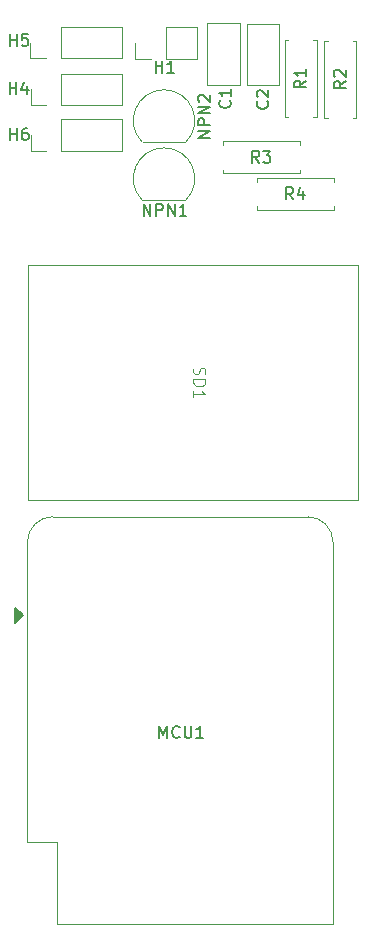
<source format=gbr>
%TF.GenerationSoftware,KiCad,Pcbnew,7.0.5-0*%
%TF.CreationDate,2023-07-06T10:59:35-04:00*%
%TF.ProjectId,Lemmingometre_v2,4c656d6d-696e-4676-9f6d-657472655f76,rev?*%
%TF.SameCoordinates,Original*%
%TF.FileFunction,Legend,Top*%
%TF.FilePolarity,Positive*%
%FSLAX46Y46*%
G04 Gerber Fmt 4.6, Leading zero omitted, Abs format (unit mm)*
G04 Created by KiCad (PCBNEW 7.0.5-0) date 2023-07-06 10:59:35*
%MOMM*%
%LPD*%
G01*
G04 APERTURE LIST*
%ADD10C,0.150000*%
%ADD11C,0.100000*%
%ADD12C,0.120000*%
G04 APERTURE END LIST*
D10*
%TO.C,MCU1*%
X156746667Y-104534819D02*
X156746667Y-103534819D01*
X156746667Y-103534819D02*
X157080000Y-104249104D01*
X157080000Y-104249104D02*
X157413333Y-103534819D01*
X157413333Y-103534819D02*
X157413333Y-104534819D01*
X158460952Y-104439580D02*
X158413333Y-104487200D01*
X158413333Y-104487200D02*
X158270476Y-104534819D01*
X158270476Y-104534819D02*
X158175238Y-104534819D01*
X158175238Y-104534819D02*
X158032381Y-104487200D01*
X158032381Y-104487200D02*
X157937143Y-104391961D01*
X157937143Y-104391961D02*
X157889524Y-104296723D01*
X157889524Y-104296723D02*
X157841905Y-104106247D01*
X157841905Y-104106247D02*
X157841905Y-103963390D01*
X157841905Y-103963390D02*
X157889524Y-103772914D01*
X157889524Y-103772914D02*
X157937143Y-103677676D01*
X157937143Y-103677676D02*
X158032381Y-103582438D01*
X158032381Y-103582438D02*
X158175238Y-103534819D01*
X158175238Y-103534819D02*
X158270476Y-103534819D01*
X158270476Y-103534819D02*
X158413333Y-103582438D01*
X158413333Y-103582438D02*
X158460952Y-103630057D01*
X158889524Y-103534819D02*
X158889524Y-104344342D01*
X158889524Y-104344342D02*
X158937143Y-104439580D01*
X158937143Y-104439580D02*
X158984762Y-104487200D01*
X158984762Y-104487200D02*
X159080000Y-104534819D01*
X159080000Y-104534819D02*
X159270476Y-104534819D01*
X159270476Y-104534819D02*
X159365714Y-104487200D01*
X159365714Y-104487200D02*
X159413333Y-104439580D01*
X159413333Y-104439580D02*
X159460952Y-104344342D01*
X159460952Y-104344342D02*
X159460952Y-103534819D01*
X160460952Y-104534819D02*
X159889524Y-104534819D01*
X160175238Y-104534819D02*
X160175238Y-103534819D01*
X160175238Y-103534819D02*
X160080000Y-103677676D01*
X160080000Y-103677676D02*
X159984762Y-103772914D01*
X159984762Y-103772914D02*
X159889524Y-103820533D01*
%TO.C,R2*%
X172529819Y-48931666D02*
X172053628Y-49264999D01*
X172529819Y-49503094D02*
X171529819Y-49503094D01*
X171529819Y-49503094D02*
X171529819Y-49122142D01*
X171529819Y-49122142D02*
X171577438Y-49026904D01*
X171577438Y-49026904D02*
X171625057Y-48979285D01*
X171625057Y-48979285D02*
X171720295Y-48931666D01*
X171720295Y-48931666D02*
X171863152Y-48931666D01*
X171863152Y-48931666D02*
X171958390Y-48979285D01*
X171958390Y-48979285D02*
X172006009Y-49026904D01*
X172006009Y-49026904D02*
X172053628Y-49122142D01*
X172053628Y-49122142D02*
X172053628Y-49503094D01*
X171625057Y-48550713D02*
X171577438Y-48503094D01*
X171577438Y-48503094D02*
X171529819Y-48407856D01*
X171529819Y-48407856D02*
X171529819Y-48169761D01*
X171529819Y-48169761D02*
X171577438Y-48074523D01*
X171577438Y-48074523D02*
X171625057Y-48026904D01*
X171625057Y-48026904D02*
X171720295Y-47979285D01*
X171720295Y-47979285D02*
X171815533Y-47979285D01*
X171815533Y-47979285D02*
X171958390Y-48026904D01*
X171958390Y-48026904D02*
X172529819Y-48598332D01*
X172529819Y-48598332D02*
X172529819Y-47979285D01*
%TO.C,H6*%
X144108095Y-53904819D02*
X144108095Y-52904819D01*
X144108095Y-53381009D02*
X144679523Y-53381009D01*
X144679523Y-53904819D02*
X144679523Y-52904819D01*
X145584285Y-52904819D02*
X145393809Y-52904819D01*
X145393809Y-52904819D02*
X145298571Y-52952438D01*
X145298571Y-52952438D02*
X145250952Y-53000057D01*
X145250952Y-53000057D02*
X145155714Y-53142914D01*
X145155714Y-53142914D02*
X145108095Y-53333390D01*
X145108095Y-53333390D02*
X145108095Y-53714342D01*
X145108095Y-53714342D02*
X145155714Y-53809580D01*
X145155714Y-53809580D02*
X145203333Y-53857200D01*
X145203333Y-53857200D02*
X145298571Y-53904819D01*
X145298571Y-53904819D02*
X145489047Y-53904819D01*
X145489047Y-53904819D02*
X145584285Y-53857200D01*
X145584285Y-53857200D02*
X145631904Y-53809580D01*
X145631904Y-53809580D02*
X145679523Y-53714342D01*
X145679523Y-53714342D02*
X145679523Y-53476247D01*
X145679523Y-53476247D02*
X145631904Y-53381009D01*
X145631904Y-53381009D02*
X145584285Y-53333390D01*
X145584285Y-53333390D02*
X145489047Y-53285771D01*
X145489047Y-53285771D02*
X145298571Y-53285771D01*
X145298571Y-53285771D02*
X145203333Y-53333390D01*
X145203333Y-53333390D02*
X145155714Y-53381009D01*
X145155714Y-53381009D02*
X145108095Y-53476247D01*
%TO.C,H5*%
X144098095Y-45934819D02*
X144098095Y-44934819D01*
X144098095Y-45411009D02*
X144669523Y-45411009D01*
X144669523Y-45934819D02*
X144669523Y-44934819D01*
X145621904Y-44934819D02*
X145145714Y-44934819D01*
X145145714Y-44934819D02*
X145098095Y-45411009D01*
X145098095Y-45411009D02*
X145145714Y-45363390D01*
X145145714Y-45363390D02*
X145240952Y-45315771D01*
X145240952Y-45315771D02*
X145479047Y-45315771D01*
X145479047Y-45315771D02*
X145574285Y-45363390D01*
X145574285Y-45363390D02*
X145621904Y-45411009D01*
X145621904Y-45411009D02*
X145669523Y-45506247D01*
X145669523Y-45506247D02*
X145669523Y-45744342D01*
X145669523Y-45744342D02*
X145621904Y-45839580D01*
X145621904Y-45839580D02*
X145574285Y-45887200D01*
X145574285Y-45887200D02*
X145479047Y-45934819D01*
X145479047Y-45934819D02*
X145240952Y-45934819D01*
X145240952Y-45934819D02*
X145145714Y-45887200D01*
X145145714Y-45887200D02*
X145098095Y-45839580D01*
%TO.C,H1*%
X156438095Y-48204819D02*
X156438095Y-47204819D01*
X156438095Y-47681009D02*
X157009523Y-47681009D01*
X157009523Y-48204819D02*
X157009523Y-47204819D01*
X158009523Y-48204819D02*
X157438095Y-48204819D01*
X157723809Y-48204819D02*
X157723809Y-47204819D01*
X157723809Y-47204819D02*
X157628571Y-47347676D01*
X157628571Y-47347676D02*
X157533333Y-47442914D01*
X157533333Y-47442914D02*
X157438095Y-47490533D01*
%TO.C,R4*%
X168083333Y-58929819D02*
X167750000Y-58453628D01*
X167511905Y-58929819D02*
X167511905Y-57929819D01*
X167511905Y-57929819D02*
X167892857Y-57929819D01*
X167892857Y-57929819D02*
X167988095Y-57977438D01*
X167988095Y-57977438D02*
X168035714Y-58025057D01*
X168035714Y-58025057D02*
X168083333Y-58120295D01*
X168083333Y-58120295D02*
X168083333Y-58263152D01*
X168083333Y-58263152D02*
X168035714Y-58358390D01*
X168035714Y-58358390D02*
X167988095Y-58406009D01*
X167988095Y-58406009D02*
X167892857Y-58453628D01*
X167892857Y-58453628D02*
X167511905Y-58453628D01*
X168940476Y-58263152D02*
X168940476Y-58929819D01*
X168702381Y-57882200D02*
X168464286Y-58596485D01*
X168464286Y-58596485D02*
X169083333Y-58596485D01*
%TO.C,R1*%
X169179819Y-48881666D02*
X168703628Y-49214999D01*
X169179819Y-49453094D02*
X168179819Y-49453094D01*
X168179819Y-49453094D02*
X168179819Y-49072142D01*
X168179819Y-49072142D02*
X168227438Y-48976904D01*
X168227438Y-48976904D02*
X168275057Y-48929285D01*
X168275057Y-48929285D02*
X168370295Y-48881666D01*
X168370295Y-48881666D02*
X168513152Y-48881666D01*
X168513152Y-48881666D02*
X168608390Y-48929285D01*
X168608390Y-48929285D02*
X168656009Y-48976904D01*
X168656009Y-48976904D02*
X168703628Y-49072142D01*
X168703628Y-49072142D02*
X168703628Y-49453094D01*
X169179819Y-47929285D02*
X169179819Y-48500713D01*
X169179819Y-48214999D02*
X168179819Y-48214999D01*
X168179819Y-48214999D02*
X168322676Y-48310237D01*
X168322676Y-48310237D02*
X168417914Y-48405475D01*
X168417914Y-48405475D02*
X168465533Y-48500713D01*
%TO.C,NPN2*%
X161044819Y-53705713D02*
X160044819Y-53705713D01*
X160044819Y-53705713D02*
X161044819Y-53134285D01*
X161044819Y-53134285D02*
X160044819Y-53134285D01*
X161044819Y-52658094D02*
X160044819Y-52658094D01*
X160044819Y-52658094D02*
X160044819Y-52277142D01*
X160044819Y-52277142D02*
X160092438Y-52181904D01*
X160092438Y-52181904D02*
X160140057Y-52134285D01*
X160140057Y-52134285D02*
X160235295Y-52086666D01*
X160235295Y-52086666D02*
X160378152Y-52086666D01*
X160378152Y-52086666D02*
X160473390Y-52134285D01*
X160473390Y-52134285D02*
X160521009Y-52181904D01*
X160521009Y-52181904D02*
X160568628Y-52277142D01*
X160568628Y-52277142D02*
X160568628Y-52658094D01*
X161044819Y-51658094D02*
X160044819Y-51658094D01*
X160044819Y-51658094D02*
X161044819Y-51086666D01*
X161044819Y-51086666D02*
X160044819Y-51086666D01*
X160140057Y-50658094D02*
X160092438Y-50610475D01*
X160092438Y-50610475D02*
X160044819Y-50515237D01*
X160044819Y-50515237D02*
X160044819Y-50277142D01*
X160044819Y-50277142D02*
X160092438Y-50181904D01*
X160092438Y-50181904D02*
X160140057Y-50134285D01*
X160140057Y-50134285D02*
X160235295Y-50086666D01*
X160235295Y-50086666D02*
X160330533Y-50086666D01*
X160330533Y-50086666D02*
X160473390Y-50134285D01*
X160473390Y-50134285D02*
X161044819Y-50705713D01*
X161044819Y-50705713D02*
X161044819Y-50086666D01*
%TO.C,C1*%
X162709580Y-50566666D02*
X162757200Y-50614285D01*
X162757200Y-50614285D02*
X162804819Y-50757142D01*
X162804819Y-50757142D02*
X162804819Y-50852380D01*
X162804819Y-50852380D02*
X162757200Y-50995237D01*
X162757200Y-50995237D02*
X162661961Y-51090475D01*
X162661961Y-51090475D02*
X162566723Y-51138094D01*
X162566723Y-51138094D02*
X162376247Y-51185713D01*
X162376247Y-51185713D02*
X162233390Y-51185713D01*
X162233390Y-51185713D02*
X162042914Y-51138094D01*
X162042914Y-51138094D02*
X161947676Y-51090475D01*
X161947676Y-51090475D02*
X161852438Y-50995237D01*
X161852438Y-50995237D02*
X161804819Y-50852380D01*
X161804819Y-50852380D02*
X161804819Y-50757142D01*
X161804819Y-50757142D02*
X161852438Y-50614285D01*
X161852438Y-50614285D02*
X161900057Y-50566666D01*
X162804819Y-49614285D02*
X162804819Y-50185713D01*
X162804819Y-49899999D02*
X161804819Y-49899999D01*
X161804819Y-49899999D02*
X161947676Y-49995237D01*
X161947676Y-49995237D02*
X162042914Y-50090475D01*
X162042914Y-50090475D02*
X162090533Y-50185713D01*
%TO.C,R3*%
X165208333Y-55829819D02*
X164875000Y-55353628D01*
X164636905Y-55829819D02*
X164636905Y-54829819D01*
X164636905Y-54829819D02*
X165017857Y-54829819D01*
X165017857Y-54829819D02*
X165113095Y-54877438D01*
X165113095Y-54877438D02*
X165160714Y-54925057D01*
X165160714Y-54925057D02*
X165208333Y-55020295D01*
X165208333Y-55020295D02*
X165208333Y-55163152D01*
X165208333Y-55163152D02*
X165160714Y-55258390D01*
X165160714Y-55258390D02*
X165113095Y-55306009D01*
X165113095Y-55306009D02*
X165017857Y-55353628D01*
X165017857Y-55353628D02*
X164636905Y-55353628D01*
X165541667Y-54829819D02*
X166160714Y-54829819D01*
X166160714Y-54829819D02*
X165827381Y-55210771D01*
X165827381Y-55210771D02*
X165970238Y-55210771D01*
X165970238Y-55210771D02*
X166065476Y-55258390D01*
X166065476Y-55258390D02*
X166113095Y-55306009D01*
X166113095Y-55306009D02*
X166160714Y-55401247D01*
X166160714Y-55401247D02*
X166160714Y-55639342D01*
X166160714Y-55639342D02*
X166113095Y-55734580D01*
X166113095Y-55734580D02*
X166065476Y-55782200D01*
X166065476Y-55782200D02*
X165970238Y-55829819D01*
X165970238Y-55829819D02*
X165684524Y-55829819D01*
X165684524Y-55829819D02*
X165589286Y-55782200D01*
X165589286Y-55782200D02*
X165541667Y-55734580D01*
D11*
%TO.C,SD1*%
X159690200Y-73188095D02*
X159642580Y-73330952D01*
X159642580Y-73330952D02*
X159642580Y-73569047D01*
X159642580Y-73569047D02*
X159690200Y-73664285D01*
X159690200Y-73664285D02*
X159737819Y-73711904D01*
X159737819Y-73711904D02*
X159833057Y-73759523D01*
X159833057Y-73759523D02*
X159928295Y-73759523D01*
X159928295Y-73759523D02*
X160023533Y-73711904D01*
X160023533Y-73711904D02*
X160071152Y-73664285D01*
X160071152Y-73664285D02*
X160118771Y-73569047D01*
X160118771Y-73569047D02*
X160166390Y-73378571D01*
X160166390Y-73378571D02*
X160214009Y-73283333D01*
X160214009Y-73283333D02*
X160261628Y-73235714D01*
X160261628Y-73235714D02*
X160356866Y-73188095D01*
X160356866Y-73188095D02*
X160452104Y-73188095D01*
X160452104Y-73188095D02*
X160547342Y-73235714D01*
X160547342Y-73235714D02*
X160594961Y-73283333D01*
X160594961Y-73283333D02*
X160642580Y-73378571D01*
X160642580Y-73378571D02*
X160642580Y-73616666D01*
X160642580Y-73616666D02*
X160594961Y-73759523D01*
X159642580Y-74188095D02*
X160642580Y-74188095D01*
X160642580Y-74188095D02*
X160642580Y-74426190D01*
X160642580Y-74426190D02*
X160594961Y-74569047D01*
X160594961Y-74569047D02*
X160499723Y-74664285D01*
X160499723Y-74664285D02*
X160404485Y-74711904D01*
X160404485Y-74711904D02*
X160214009Y-74759523D01*
X160214009Y-74759523D02*
X160071152Y-74759523D01*
X160071152Y-74759523D02*
X159880676Y-74711904D01*
X159880676Y-74711904D02*
X159785438Y-74664285D01*
X159785438Y-74664285D02*
X159690200Y-74569047D01*
X159690200Y-74569047D02*
X159642580Y-74426190D01*
X159642580Y-74426190D02*
X159642580Y-74188095D01*
X159642580Y-75711904D02*
X159642580Y-75140476D01*
X159642580Y-75426190D02*
X160642580Y-75426190D01*
X160642580Y-75426190D02*
X160499723Y-75330952D01*
X160499723Y-75330952D02*
X160404485Y-75235714D01*
X160404485Y-75235714D02*
X160356866Y-75140476D01*
D10*
%TO.C,C2*%
X165889580Y-50636666D02*
X165937200Y-50684285D01*
X165937200Y-50684285D02*
X165984819Y-50827142D01*
X165984819Y-50827142D02*
X165984819Y-50922380D01*
X165984819Y-50922380D02*
X165937200Y-51065237D01*
X165937200Y-51065237D02*
X165841961Y-51160475D01*
X165841961Y-51160475D02*
X165746723Y-51208094D01*
X165746723Y-51208094D02*
X165556247Y-51255713D01*
X165556247Y-51255713D02*
X165413390Y-51255713D01*
X165413390Y-51255713D02*
X165222914Y-51208094D01*
X165222914Y-51208094D02*
X165127676Y-51160475D01*
X165127676Y-51160475D02*
X165032438Y-51065237D01*
X165032438Y-51065237D02*
X164984819Y-50922380D01*
X164984819Y-50922380D02*
X164984819Y-50827142D01*
X164984819Y-50827142D02*
X165032438Y-50684285D01*
X165032438Y-50684285D02*
X165080057Y-50636666D01*
X165080057Y-50255713D02*
X165032438Y-50208094D01*
X165032438Y-50208094D02*
X164984819Y-50112856D01*
X164984819Y-50112856D02*
X164984819Y-49874761D01*
X164984819Y-49874761D02*
X165032438Y-49779523D01*
X165032438Y-49779523D02*
X165080057Y-49731904D01*
X165080057Y-49731904D02*
X165175295Y-49684285D01*
X165175295Y-49684285D02*
X165270533Y-49684285D01*
X165270533Y-49684285D02*
X165413390Y-49731904D01*
X165413390Y-49731904D02*
X165984819Y-50303332D01*
X165984819Y-50303332D02*
X165984819Y-49684285D01*
%TO.C,NPN1*%
X155424286Y-60324819D02*
X155424286Y-59324819D01*
X155424286Y-59324819D02*
X155995714Y-60324819D01*
X155995714Y-60324819D02*
X155995714Y-59324819D01*
X156471905Y-60324819D02*
X156471905Y-59324819D01*
X156471905Y-59324819D02*
X156852857Y-59324819D01*
X156852857Y-59324819D02*
X156948095Y-59372438D01*
X156948095Y-59372438D02*
X156995714Y-59420057D01*
X156995714Y-59420057D02*
X157043333Y-59515295D01*
X157043333Y-59515295D02*
X157043333Y-59658152D01*
X157043333Y-59658152D02*
X156995714Y-59753390D01*
X156995714Y-59753390D02*
X156948095Y-59801009D01*
X156948095Y-59801009D02*
X156852857Y-59848628D01*
X156852857Y-59848628D02*
X156471905Y-59848628D01*
X157471905Y-60324819D02*
X157471905Y-59324819D01*
X157471905Y-59324819D02*
X158043333Y-60324819D01*
X158043333Y-60324819D02*
X158043333Y-59324819D01*
X159043333Y-60324819D02*
X158471905Y-60324819D01*
X158757619Y-60324819D02*
X158757619Y-59324819D01*
X158757619Y-59324819D02*
X158662381Y-59467676D01*
X158662381Y-59467676D02*
X158567143Y-59562914D01*
X158567143Y-59562914D02*
X158471905Y-59610533D01*
%TO.C,H4*%
X144078095Y-50044819D02*
X144078095Y-49044819D01*
X144078095Y-49521009D02*
X144649523Y-49521009D01*
X144649523Y-50044819D02*
X144649523Y-49044819D01*
X145554285Y-49378152D02*
X145554285Y-50044819D01*
X145316190Y-48997200D02*
X145078095Y-49711485D01*
X145078095Y-49711485D02*
X145697142Y-49711485D01*
D12*
%TO.C,MCU1*%
X145590000Y-113370000D02*
X145590000Y-87940000D01*
X145590000Y-113370000D02*
X148130000Y-113370000D01*
X148130000Y-113370000D02*
X148130000Y-120270000D01*
X148130000Y-120270000D02*
X171450000Y-120270000D01*
X169330000Y-85810000D02*
X147720000Y-85810000D01*
X171450000Y-120270000D02*
X171450000Y-87940000D01*
X147720000Y-85810000D02*
G75*
G03*
X145590000Y-87940000I2J-2130002D01*
G01*
X171450000Y-87940000D02*
G75*
G03*
X169320000Y-85810000I-2130000J0D01*
G01*
D10*
X145185000Y-94150000D02*
X144550000Y-94785000D01*
X144550000Y-93515000D01*
X145185000Y-94150000D01*
G36*
X145185000Y-94150000D02*
G01*
X144550000Y-94785000D01*
X144550000Y-93515000D01*
X145185000Y-94150000D01*
G37*
D12*
%TO.C,R2*%
X173445000Y-45495000D02*
X173445000Y-52035000D01*
X173115000Y-45495000D02*
X173445000Y-45495000D01*
X171035000Y-45495000D02*
X170705000Y-45495000D01*
X170705000Y-45495000D02*
X170705000Y-52035000D01*
X173445000Y-52035000D02*
X173115000Y-52035000D01*
X170705000Y-52035000D02*
X171035000Y-52035000D01*
%TO.C,H6*%
X145845000Y-54830000D02*
X145845000Y-53500000D01*
X147175000Y-54830000D02*
X145845000Y-54830000D01*
X148445000Y-54830000D02*
X153585000Y-54830000D01*
X148445000Y-54830000D02*
X148445000Y-52170000D01*
X153585000Y-54830000D02*
X153585000Y-52170000D01*
X148445000Y-52170000D02*
X153585000Y-52170000D01*
%TO.C,H5*%
X145840000Y-47005000D02*
X145840000Y-45675000D01*
X147170000Y-47005000D02*
X145840000Y-47005000D01*
X148440000Y-47005000D02*
X153580000Y-47005000D01*
X148440000Y-47005000D02*
X148440000Y-44345000D01*
X153580000Y-47005000D02*
X153580000Y-44345000D01*
X148440000Y-44345000D02*
X153580000Y-44345000D01*
%TO.C,H1*%
X154730000Y-47020000D02*
X154730000Y-45690000D01*
X156060000Y-47020000D02*
X154730000Y-47020000D01*
X157330000Y-47020000D02*
X159930000Y-47020000D01*
X157330000Y-47020000D02*
X157330000Y-44360000D01*
X159930000Y-47020000D02*
X159930000Y-44360000D01*
X157330000Y-44360000D02*
X159930000Y-44360000D01*
%TO.C,R4*%
X171520000Y-59845000D02*
X164980000Y-59845000D01*
X171520000Y-59515000D02*
X171520000Y-59845000D01*
X171520000Y-57435000D02*
X171520000Y-57105000D01*
X171520000Y-57105000D02*
X164980000Y-57105000D01*
X164980000Y-59845000D02*
X164980000Y-59515000D01*
X164980000Y-57105000D02*
X164980000Y-57435000D01*
%TO.C,R1*%
X170095000Y-45445000D02*
X170095000Y-51985000D01*
X169765000Y-45445000D02*
X170095000Y-45445000D01*
X167685000Y-45445000D02*
X167355000Y-45445000D01*
X167355000Y-45445000D02*
X167355000Y-51985000D01*
X170095000Y-51985000D02*
X169765000Y-51985000D01*
X167355000Y-51985000D02*
X167685000Y-51985000D01*
%TO.C,NPN2*%
X155350000Y-54110000D02*
X158950000Y-54110000D01*
X157150000Y-49660000D02*
G75*
G03*
X155311522Y-54098478I0J-2600000D01*
G01*
X158988478Y-54098478D02*
G75*
G03*
X157150000Y-49660000I-1838478J1838478D01*
G01*
%TO.C,C1*%
X163570000Y-44030000D02*
X160830000Y-44030000D01*
X163570000Y-44030000D02*
X163570000Y-49270000D01*
X160830000Y-44030000D02*
X160830000Y-49270000D01*
X163570000Y-49270000D02*
X160830000Y-49270000D01*
%TO.C,R3*%
X168645000Y-56745000D02*
X162105000Y-56745000D01*
X168645000Y-56415000D02*
X168645000Y-56745000D01*
X168645000Y-54335000D02*
X168645000Y-54005000D01*
X168645000Y-54005000D02*
X162105000Y-54005000D01*
X162105000Y-56745000D02*
X162105000Y-56415000D01*
X162105000Y-54005000D02*
X162105000Y-54335000D01*
D11*
%TO.C,SD1*%
X173565400Y-64500000D02*
X145600000Y-64500000D01*
X145600000Y-64500000D02*
X145600000Y-84400000D01*
X145600000Y-84400000D02*
X173565400Y-84400000D01*
X173565400Y-84400000D02*
X173565400Y-64500000D01*
D12*
%TO.C,C2*%
X166920000Y-44055000D02*
X164180000Y-44055000D01*
X166920000Y-44055000D02*
X166920000Y-49295000D01*
X164180000Y-44055000D02*
X164180000Y-49295000D01*
X166920000Y-49295000D02*
X164180000Y-49295000D01*
%TO.C,NPN1*%
X155355000Y-59025000D02*
X158955000Y-59025000D01*
X157155000Y-54575000D02*
G75*
G03*
X155316522Y-59013478I0J-2600000D01*
G01*
X158993478Y-59013478D02*
G75*
G03*
X157155000Y-54575000I-1838478J1838478D01*
G01*
%TO.C,H4*%
X145845000Y-50955000D02*
X145845000Y-49625000D01*
X147175000Y-50955000D02*
X145845000Y-50955000D01*
X148445000Y-50955000D02*
X153585000Y-50955000D01*
X148445000Y-50955000D02*
X148445000Y-48295000D01*
X153585000Y-50955000D02*
X153585000Y-48295000D01*
X148445000Y-48295000D02*
X153585000Y-48295000D01*
%TD*%
M02*

</source>
